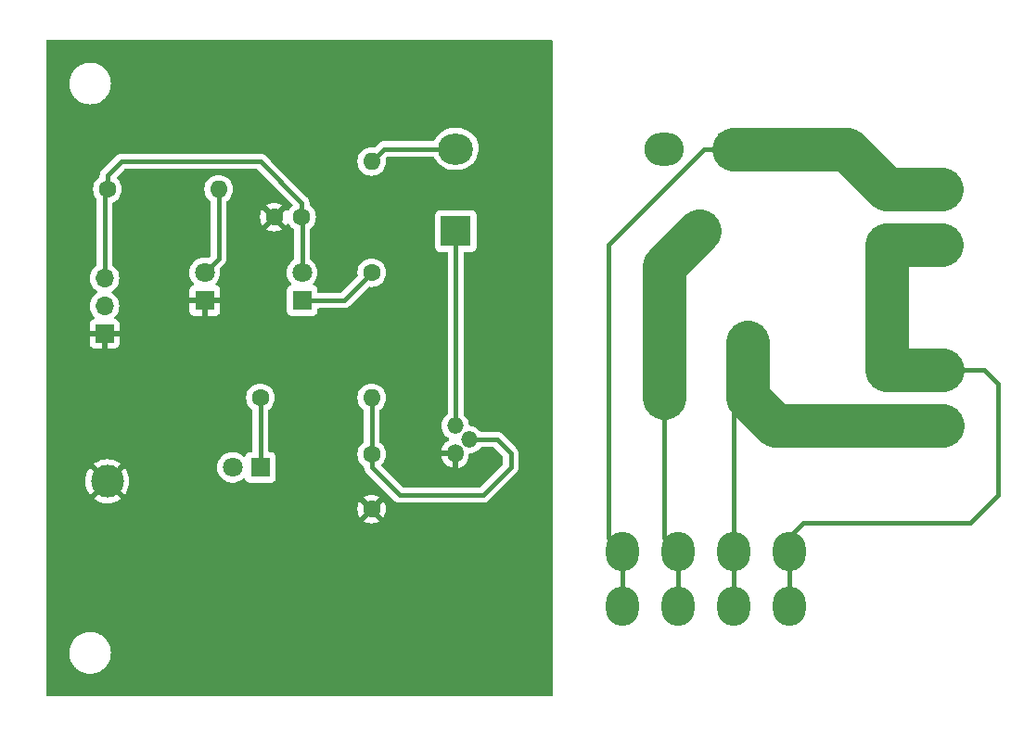
<source format=gbr>
%TF.GenerationSoftware,KiCad,Pcbnew,7.0.5-0*%
%TF.CreationDate,2024-01-28T18:46:13+01:00*%
%TF.ProjectId,controller,636f6e74-726f-46c6-9c65-722e6b696361,1.0.0*%
%TF.SameCoordinates,Original*%
%TF.FileFunction,Copper,L2,Bot*%
%TF.FilePolarity,Positive*%
%FSLAX46Y46*%
G04 Gerber Fmt 4.6, Leading zero omitted, Abs format (unit mm)*
G04 Created by KiCad (PCBNEW 7.0.5-0) date 2024-01-28 18:46:13*
%MOMM*%
%LPD*%
G01*
G04 APERTURE LIST*
%TA.AperFunction,ComponentPad*%
%ADD10R,1.800000X1.800000*%
%TD*%
%TA.AperFunction,ComponentPad*%
%ADD11C,1.800000*%
%TD*%
%TA.AperFunction,ComponentPad*%
%ADD12O,3.200000X2.800000*%
%TD*%
%TA.AperFunction,ComponentPad*%
%ADD13R,2.800000X2.800000*%
%TD*%
%TA.AperFunction,ComponentPad*%
%ADD14O,3.600000X3.000000*%
%TD*%
%TA.AperFunction,ComponentPad*%
%ADD15R,3.000000X3.000000*%
%TD*%
%TA.AperFunction,ComponentPad*%
%ADD16C,1.600000*%
%TD*%
%TA.AperFunction,ComponentPad*%
%ADD17O,1.600000X1.600000*%
%TD*%
%TA.AperFunction,ComponentPad*%
%ADD18C,3.000000*%
%TD*%
%TA.AperFunction,ComponentPad*%
%ADD19O,3.000000X3.600000*%
%TD*%
%TA.AperFunction,ComponentPad*%
%ADD20O,1.500000X1.700000*%
%TD*%
%TA.AperFunction,ComponentPad*%
%ADD21O,1.500000X1.500000*%
%TD*%
%TA.AperFunction,ComponentPad*%
%ADD22R,1.700000X1.700000*%
%TD*%
%TA.AperFunction,ComponentPad*%
%ADD23O,1.700000X1.700000*%
%TD*%
%TA.AperFunction,Conductor*%
%ADD24C,0.400000*%
%TD*%
%TA.AperFunction,Conductor*%
%ADD25C,4.000000*%
%TD*%
G04 APERTURE END LIST*
D10*
%TO.P,D1,1,K*%
%TO.N,Net-(D1-K)*%
X133350000Y-83820000D03*
D11*
%TO.P,D1,2,A*%
%TO.N,+5V*%
X133350000Y-81280000D03*
%TD*%
D10*
%TO.P,D3,1,K*%
%TO.N,GND*%
X124460000Y-83820000D03*
D11*
%TO.P,D3,2,A*%
%TO.N,Net-(D3-A)*%
X124460000Y-81280000D03*
%TD*%
D10*
%TO.P,D2,1,K*%
%TO.N,Net-(D2-K)*%
X129540000Y-99060000D03*
D11*
%TO.P,D2,2,A*%
%TO.N,Net-(D2-A)*%
X127000000Y-99060000D03*
%TD*%
D12*
%TO.P,RY1,1,A1*%
%TO.N,Net-(RY1-A1)*%
X147370000Y-69970000D03*
D13*
%TO.P,RY1,2,A2*%
%TO.N,Net-(Q1-C)*%
X147370000Y-77470000D03*
D14*
%TO.P,RY1,3,11*%
%TO.N,/Fuse*%
X169570000Y-77470000D03*
%TO.P,RY1,4,12*%
%TO.N,unconnected-(RY1-12-Pad4)*%
X166370000Y-69970000D03*
D15*
%TO.P,RY1,5,14*%
%TO.N,/Oven*%
X172770000Y-69970000D03*
%TD*%
D16*
%TO.P,R3,1*%
%TO.N,+5V*%
X115570000Y-73660000D03*
D17*
%TO.P,R3,2*%
%TO.N,Net-(D3-A)*%
X125730000Y-73660000D03*
%TD*%
D14*
%TO.P,J4,1,A*%
%TO.N,AC*%
X191730000Y-78740000D03*
%TO.P,J4,2,B*%
X186730000Y-78740000D03*
%TO.P,J4,3,C*%
%TO.N,/Oven*%
X191730000Y-73660000D03*
%TO.P,J4,4,D*%
X186730000Y-73660000D03*
%TD*%
D16*
%TO.P,R2,1*%
%TO.N,Net-(D1-K)*%
X139700000Y-81280000D03*
D17*
%TO.P,R2,2*%
%TO.N,Net-(RY1-A1)*%
X139700000Y-71120000D03*
%TD*%
D14*
%TO.P,CB1,1,A*%
%TO.N,/Fuse*%
X166370000Y-87630000D03*
%TO.P,CB1,2,B*%
X166370000Y-92710000D03*
%TO.P,CB1,3,C*%
%TO.N,Earth*%
X173990000Y-87630000D03*
%TO.P,CB1,4,D*%
X173990000Y-92710000D03*
%TD*%
D18*
%TO.P,TP1,1,1*%
%TO.N,GND*%
X115570000Y-100330000D03*
%TD*%
D16*
%TO.P,R1,1*%
%TO.N,Net-(D2-K)*%
X129540000Y-92710000D03*
D17*
%TO.P,R1,2*%
%TO.N,Net-(Q1-B)*%
X139700000Y-92710000D03*
%TD*%
D16*
%TO.P,C3,1*%
%TO.N,+5V*%
X133310000Y-76200000D03*
%TO.P,C3,2*%
%TO.N,GND*%
X130810000Y-76200000D03*
%TD*%
D19*
%TO.P,J5,1,A*%
%TO.N,/Oven*%
X162560000Y-111760000D03*
%TO.P,J5,2,B*%
X162560000Y-106760000D03*
%TO.P,J5,3,C*%
%TO.N,/Fuse*%
X167640000Y-111760000D03*
%TO.P,J5,4,D*%
X167640000Y-106760000D03*
%TO.P,J5,5,E*%
%TO.N,Earth*%
X172720000Y-111760000D03*
%TO.P,J5,6,F*%
X172720000Y-106760000D03*
%TO.P,J5,7,G*%
%TO.N,AC*%
X177800000Y-111760000D03*
%TO.P,J5,8,H*%
X177800000Y-106760000D03*
%TD*%
D16*
%TO.P,C1,1*%
%TO.N,Net-(Q1-B)*%
X139700000Y-97870000D03*
%TO.P,C1,2*%
%TO.N,GND*%
X139700000Y-102870000D03*
%TD*%
D20*
%TO.P,Q1,1,E*%
%TO.N,GND*%
X147320000Y-97790000D03*
D21*
%TO.P,Q1,2,B*%
%TO.N,Net-(Q1-B)*%
X148590000Y-96520000D03*
%TO.P,Q1,3,C*%
%TO.N,Net-(Q1-C)*%
X147320000Y-95250000D03*
%TD*%
D14*
%TO.P,J3,1,A*%
%TO.N,Earth*%
X191770000Y-95250000D03*
%TO.P,J3,2,B*%
X186770000Y-95250000D03*
%TO.P,J3,3,C*%
%TO.N,AC*%
X191770000Y-90170000D03*
%TO.P,J3,4,D*%
X186770000Y-90170000D03*
%TD*%
D22*
%TO.P,J2,1,Pin_1*%
%TO.N,GND*%
X115316000Y-86868000D03*
D23*
%TO.P,J2,2,Pin_2*%
%TO.N,Net-(D2-A)*%
X115316000Y-84328000D03*
%TO.P,J2,3,Pin_3*%
%TO.N,+5V*%
X115316000Y-81788000D03*
%TD*%
D24*
%TO.N,Net-(Q1-B)*%
X139700000Y-99060000D02*
X139700000Y-97870000D01*
X139700000Y-92710000D02*
X139700000Y-97870000D01*
X152400000Y-97790000D02*
X152400000Y-99060000D01*
X151130000Y-96520000D02*
X152400000Y-97790000D01*
X142240000Y-101600000D02*
X139700000Y-99060000D01*
X148590000Y-96520000D02*
X151130000Y-96520000D01*
X152400000Y-99060000D02*
X149860000Y-101600000D01*
X149860000Y-101600000D02*
X142240000Y-101600000D01*
%TO.N,+5V*%
X115316000Y-73914000D02*
X115570000Y-73660000D01*
X115570000Y-72390000D02*
X116840000Y-71120000D01*
X116840000Y-71120000D02*
X129540000Y-71120000D01*
X133310000Y-74890000D02*
X129540000Y-71120000D01*
X133350000Y-81280000D02*
X133350000Y-76240000D01*
X133350000Y-76240000D02*
X133310000Y-76200000D01*
X115570000Y-73660000D02*
X115570000Y-72390000D01*
X115316000Y-81788000D02*
X115316000Y-73914000D01*
X133310000Y-76200000D02*
X133310000Y-74890000D01*
%TO.N,/Fuse*%
X166370000Y-105490000D02*
X166370000Y-92710000D01*
X167640000Y-111760000D02*
X167640000Y-106760000D01*
D25*
X166370000Y-80670000D02*
X169570000Y-77470000D01*
X166370000Y-92710000D02*
X166370000Y-87630000D01*
D24*
X167640000Y-106760000D02*
X166370000Y-105490000D01*
D25*
X166370000Y-87630000D02*
X166370000Y-80670000D01*
D24*
%TO.N,Earth*%
X172720000Y-93980000D02*
X173990000Y-92710000D01*
D25*
X186770000Y-95250000D02*
X176530000Y-95250000D01*
X191770000Y-95250000D02*
X186770000Y-95250000D01*
X173990000Y-92710000D02*
X173990000Y-87630000D01*
X176530000Y-95250000D02*
X173990000Y-92710000D01*
D24*
X172720000Y-106760000D02*
X172720000Y-93980000D01*
X172720000Y-111760000D02*
X172720000Y-106760000D01*
%TO.N,Net-(D1-K)*%
X137160000Y-83820000D02*
X139700000Y-81280000D01*
X133350000Y-83820000D02*
X137160000Y-83820000D01*
%TO.N,Net-(D2-K)*%
X129540000Y-99060000D02*
X129540000Y-92710000D01*
%TO.N,Net-(Q1-C)*%
X147370000Y-95200000D02*
X147320000Y-95250000D01*
X147370000Y-77470000D02*
X147370000Y-95200000D01*
%TO.N,Net-(RY1-A1)*%
X139700000Y-71120000D02*
X140850000Y-69970000D01*
X140850000Y-69970000D02*
X147370000Y-69970000D01*
%TO.N,Net-(D3-A)*%
X125730000Y-80010000D02*
X124460000Y-81280000D01*
X125730000Y-73660000D02*
X125730000Y-80010000D01*
%TO.N,AC*%
X196850000Y-91440000D02*
X195580000Y-90170000D01*
X177800000Y-105410000D02*
X179070000Y-104140000D01*
X179070000Y-104140000D02*
X194310000Y-104140000D01*
X177800000Y-111760000D02*
X177800000Y-106760000D01*
D25*
X186770000Y-90170000D02*
X191770000Y-90170000D01*
X186730000Y-90130000D02*
X186770000Y-90170000D01*
D24*
X177800000Y-106760000D02*
X177800000Y-105410000D01*
D25*
X186730000Y-78740000D02*
X186730000Y-90130000D01*
D24*
X195580000Y-90170000D02*
X191770000Y-90170000D01*
D25*
X191730000Y-78740000D02*
X186730000Y-78740000D01*
D24*
X194310000Y-104140000D02*
X196850000Y-101600000D01*
X196850000Y-101600000D02*
X196850000Y-91440000D01*
%TO.N,/Oven*%
X162640000Y-106760000D02*
X161290000Y-105410000D01*
D25*
X183040000Y-69970000D02*
X172770000Y-69970000D01*
D24*
X170060000Y-69970000D02*
X172770000Y-69970000D01*
X162560000Y-106760000D02*
X161290000Y-105490000D01*
D25*
X191730000Y-73660000D02*
X186730000Y-73660000D01*
D24*
X161290000Y-105490000D02*
X161290000Y-78740000D01*
X161290000Y-78740000D02*
X170060000Y-69970000D01*
X162560000Y-111760000D02*
X162560000Y-106760000D01*
D25*
X186730000Y-73660000D02*
X183040000Y-69970000D01*
%TD*%
%TA.AperFunction,Conductor*%
%TO.N,GND*%
G36*
X156153039Y-60020185D02*
G01*
X156198794Y-60072989D01*
X156210000Y-60124500D01*
X156210000Y-119875500D01*
X156190315Y-119942539D01*
X156137511Y-119988294D01*
X156086000Y-119999500D01*
X110124500Y-119999500D01*
X110057461Y-119979815D01*
X110011706Y-119927011D01*
X110000500Y-119875500D01*
X110000500Y-116000001D01*
X112094645Y-116000001D01*
X112101146Y-116090903D01*
X112099290Y-116099431D01*
X112103751Y-116129740D01*
X112104254Y-116134345D01*
X112104911Y-116143531D01*
X112105069Y-116147957D01*
X112105069Y-116173615D01*
X112107764Y-116183436D01*
X112114039Y-116271160D01*
X112114040Y-116271170D01*
X112134092Y-116363348D01*
X112133398Y-116373039D01*
X112142820Y-116404356D01*
X112144033Y-116409043D01*
X112146128Y-116418675D01*
X112146883Y-116422823D01*
X112150276Y-116445882D01*
X112153804Y-116453963D01*
X112171824Y-116536797D01*
X112205921Y-116628216D01*
X112206683Y-116638880D01*
X112221345Y-116670157D01*
X112223297Y-116674804D01*
X112225297Y-116680166D01*
X112227183Y-116685222D01*
X112228461Y-116689017D01*
X112234388Y-116708720D01*
X112238302Y-116715031D01*
X112266830Y-116791519D01*
X112266833Y-116791525D01*
X112315132Y-116879978D01*
X112317605Y-116891349D01*
X112337548Y-116921493D01*
X112340256Y-116925988D01*
X112346543Y-116937501D01*
X112348266Y-116940901D01*
X112355642Y-116956636D01*
X112359493Y-116961218D01*
X112397109Y-117030107D01*
X112397110Y-117030108D01*
X112397113Y-117030113D01*
X112459456Y-117113393D01*
X112463850Y-117125173D01*
X112488925Y-117153159D01*
X112492384Y-117157379D01*
X112501846Y-117170019D01*
X112503920Y-117172965D01*
X112511469Y-117184375D01*
X112514849Y-117187389D01*
X112560029Y-117247742D01*
X112560033Y-117247746D01*
X112560038Y-117247752D01*
X112635888Y-117323602D01*
X112642349Y-117335434D01*
X112672188Y-117360267D01*
X112676371Y-117364085D01*
X112690008Y-117377722D01*
X112692344Y-117380189D01*
X112698595Y-117387165D01*
X112701122Y-117388836D01*
X112752247Y-117439961D01*
X112752265Y-117439977D01*
X112799011Y-117474970D01*
X112840747Y-117506213D01*
X112849363Y-117517722D01*
X112883438Y-117538518D01*
X112888298Y-117541810D01*
X112907274Y-117556015D01*
X112909778Y-117557992D01*
X112913062Y-117560725D01*
X112914421Y-117561365D01*
X112969887Y-117602887D01*
X113069761Y-117657422D01*
X113080546Y-117668207D01*
X113118180Y-117684199D01*
X113123639Y-117686841D01*
X113143996Y-117697957D01*
X113149284Y-117700845D01*
X113150196Y-117701372D01*
X113150317Y-117701409D01*
X113208481Y-117733169D01*
X113208485Y-117733171D01*
X113208487Y-117733172D01*
X113318173Y-117774083D01*
X113331071Y-117783738D01*
X113371459Y-117794296D01*
X113377435Y-117796186D01*
X113463199Y-117828175D01*
X113506587Y-117837613D01*
X113580788Y-117853755D01*
X113595663Y-117861877D01*
X113637893Y-117866523D01*
X113644278Y-117867565D01*
X113728840Y-117885961D01*
X113852141Y-117894779D01*
X113868791Y-117900990D01*
X113911894Y-117899414D01*
X113918565Y-117899530D01*
X114000000Y-117905355D01*
X114126580Y-117896301D01*
X114144735Y-117900250D01*
X114187702Y-117892314D01*
X114194535Y-117891441D01*
X114271160Y-117885961D01*
X114398380Y-117858286D01*
X114417700Y-117859667D01*
X114459507Y-117845405D01*
X114466353Y-117843500D01*
X114536797Y-117828176D01*
X114536797Y-117828175D01*
X114536801Y-117828175D01*
X114661877Y-117781523D01*
X114681971Y-117780086D01*
X114721625Y-117759698D01*
X114728290Y-117756753D01*
X114791513Y-117733172D01*
X114911570Y-117667615D01*
X114931991Y-117663173D01*
X114968531Y-117637031D01*
X114974894Y-117633038D01*
X115030113Y-117602887D01*
X115142264Y-117518931D01*
X115162544Y-117511366D01*
X115195105Y-117479975D01*
X115200980Y-117474976D01*
X115247742Y-117439971D01*
X115349139Y-117338573D01*
X115368779Y-117327849D01*
X115396569Y-117291860D01*
X115401807Y-117285906D01*
X115439962Y-117247751D01*
X115439971Y-117247742D01*
X115527889Y-117130297D01*
X115546375Y-117116458D01*
X115568724Y-117076637D01*
X115573158Y-117069825D01*
X115602887Y-117030113D01*
X115674782Y-116898445D01*
X115691608Y-116881619D01*
X115707973Y-116838831D01*
X115711465Y-116831264D01*
X115733172Y-116791513D01*
X115786750Y-116647862D01*
X115801425Y-116628259D01*
X115811413Y-116583424D01*
X115813838Y-116575237D01*
X115828175Y-116536801D01*
X115885961Y-116271160D01*
X115905355Y-116000000D01*
X115885961Y-115728840D01*
X115828175Y-115463199D01*
X115813840Y-115424766D01*
X115811414Y-115416577D01*
X115803229Y-115379835D01*
X115786753Y-115352145D01*
X115733172Y-115208487D01*
X115733170Y-115208484D01*
X115733169Y-115208480D01*
X115733166Y-115208475D01*
X115711472Y-115168745D01*
X115707975Y-115161171D01*
X115694485Y-115125902D01*
X115674784Y-115101556D01*
X115602890Y-114969892D01*
X115602885Y-114969884D01*
X115573164Y-114930182D01*
X115568726Y-114923363D01*
X115550202Y-114890358D01*
X115527891Y-114869705D01*
X115507608Y-114842610D01*
X115439971Y-114752258D01*
X115439966Y-114752253D01*
X115439962Y-114752248D01*
X115401808Y-114714095D01*
X115396571Y-114708141D01*
X115373406Y-114678141D01*
X115349140Y-114661426D01*
X115247752Y-114560038D01*
X115247732Y-114560020D01*
X115200994Y-114525033D01*
X115195112Y-114520029D01*
X115167822Y-114493718D01*
X115142264Y-114481069D01*
X115140493Y-114479743D01*
X115030113Y-114397113D01*
X115030108Y-114397110D01*
X115030108Y-114397109D01*
X114974903Y-114366966D01*
X114968536Y-114362970D01*
X114937739Y-114340937D01*
X114911573Y-114332384D01*
X114791525Y-114266833D01*
X114791507Y-114266825D01*
X114728321Y-114243258D01*
X114721633Y-114240304D01*
X114688032Y-114223028D01*
X114661877Y-114218476D01*
X114536796Y-114171823D01*
X114466357Y-114156501D01*
X114459512Y-114154596D01*
X114423896Y-114142445D01*
X114398380Y-114141713D01*
X114271167Y-114114040D01*
X114271161Y-114114039D01*
X114194551Y-114108559D01*
X114187709Y-114107685D01*
X114150912Y-114100888D01*
X114126582Y-114103698D01*
X114000001Y-114094645D01*
X113999999Y-114094645D01*
X113918597Y-114100467D01*
X113911905Y-114100583D01*
X113874797Y-114099227D01*
X113852141Y-114105220D01*
X113728839Y-114114039D01*
X113728832Y-114114040D01*
X113644305Y-114132428D01*
X113637903Y-114133473D01*
X113601356Y-114137494D01*
X113580790Y-114146244D01*
X113463202Y-114171824D01*
X113377454Y-114203806D01*
X113371465Y-114205701D01*
X113336334Y-114214885D01*
X113318175Y-114225915D01*
X113208493Y-114266825D01*
X113208485Y-114266828D01*
X113150316Y-114298591D01*
X113150221Y-114298611D01*
X113149249Y-114299173D01*
X113123658Y-114313146D01*
X113118191Y-114315792D01*
X113085288Y-114329774D01*
X113069762Y-114342576D01*
X112969892Y-114397109D01*
X112914423Y-114438633D01*
X112913348Y-114439033D01*
X112909748Y-114442029D01*
X112907249Y-114444002D01*
X112888308Y-114458181D01*
X112883449Y-114461472D01*
X112853510Y-114479743D01*
X112840749Y-114493785D01*
X112752259Y-114560028D01*
X112752247Y-114560038D01*
X112701121Y-114611164D01*
X112699104Y-114612265D01*
X112692342Y-114619812D01*
X112690008Y-114622278D01*
X112676383Y-114635902D01*
X112672201Y-114639719D01*
X112645849Y-114661649D01*
X112635890Y-114676396D01*
X112560032Y-114752254D01*
X112560020Y-114752268D01*
X112514849Y-114812609D01*
X112512102Y-114814664D01*
X112503905Y-114827054D01*
X112501834Y-114829995D01*
X112492391Y-114842610D01*
X112488930Y-114846834D01*
X112466679Y-114871666D01*
X112459457Y-114886604D01*
X112397114Y-114969884D01*
X112397106Y-114969897D01*
X112359492Y-115038781D01*
X112356286Y-115041986D01*
X112348256Y-115059116D01*
X112346534Y-115062514D01*
X112340261Y-115074001D01*
X112337553Y-115078498D01*
X112319773Y-115105372D01*
X112315133Y-115120021D01*
X112266828Y-115208485D01*
X112266825Y-115208493D01*
X112238301Y-115284968D01*
X112234933Y-115289466D01*
X112228459Y-115310984D01*
X112227178Y-115314789D01*
X112223302Y-115325183D01*
X112221349Y-115329831D01*
X112208214Y-115357850D01*
X112205922Y-115371782D01*
X112171824Y-115463202D01*
X112153804Y-115546036D01*
X112150604Y-115551896D01*
X112146883Y-115577179D01*
X112146126Y-115581333D01*
X112144032Y-115590957D01*
X112142821Y-115595637D01*
X112134343Y-115623817D01*
X112134093Y-115636649D01*
X112114039Y-115728840D01*
X112107764Y-115816563D01*
X112105069Y-115823788D01*
X112105069Y-115852043D01*
X112104911Y-115856455D01*
X112104578Y-115861115D01*
X112104253Y-115865656D01*
X112103751Y-115870256D01*
X112099718Y-115897654D01*
X112101146Y-115909094D01*
X112094645Y-115999997D01*
X112094645Y-116000001D01*
X110000500Y-116000001D01*
X110000500Y-102870002D01*
X138395034Y-102870002D01*
X138414858Y-103096599D01*
X138414860Y-103096610D01*
X138473730Y-103316317D01*
X138473734Y-103316326D01*
X138569865Y-103522481D01*
X138569866Y-103522483D01*
X138620973Y-103595471D01*
X138620974Y-103595472D01*
X139302046Y-102914399D01*
X139314835Y-102995148D01*
X139372359Y-103108045D01*
X139461955Y-103197641D01*
X139574852Y-103255165D01*
X139655599Y-103267953D01*
X138974526Y-103949025D01*
X138974526Y-103949026D01*
X139047512Y-104000131D01*
X139047516Y-104000133D01*
X139253673Y-104096265D01*
X139253682Y-104096269D01*
X139473389Y-104155139D01*
X139473400Y-104155141D01*
X139699998Y-104174966D01*
X139700002Y-104174966D01*
X139926599Y-104155141D01*
X139926610Y-104155139D01*
X140146317Y-104096269D01*
X140146331Y-104096264D01*
X140352478Y-104000136D01*
X140425472Y-103949025D01*
X139744401Y-103267953D01*
X139825148Y-103255165D01*
X139938045Y-103197641D01*
X140027641Y-103108045D01*
X140085165Y-102995148D01*
X140097953Y-102914400D01*
X140779025Y-103595472D01*
X140830136Y-103522478D01*
X140926264Y-103316331D01*
X140926269Y-103316317D01*
X140985139Y-103096610D01*
X140985141Y-103096599D01*
X141004966Y-102870002D01*
X141004966Y-102869997D01*
X140985141Y-102643400D01*
X140985139Y-102643389D01*
X140926269Y-102423682D01*
X140926265Y-102423673D01*
X140830133Y-102217516D01*
X140830131Y-102217512D01*
X140779026Y-102144526D01*
X140779025Y-102144526D01*
X140097953Y-102825597D01*
X140085165Y-102744852D01*
X140027641Y-102631955D01*
X139938045Y-102542359D01*
X139825148Y-102484835D01*
X139744400Y-102472046D01*
X140425472Y-101790974D01*
X140425471Y-101790973D01*
X140352483Y-101739866D01*
X140352481Y-101739865D01*
X140146326Y-101643734D01*
X140146317Y-101643730D01*
X139926610Y-101584860D01*
X139926599Y-101584858D01*
X139700002Y-101565034D01*
X139699998Y-101565034D01*
X139473400Y-101584858D01*
X139473389Y-101584860D01*
X139253682Y-101643730D01*
X139253673Y-101643734D01*
X139047513Y-101739868D01*
X138974527Y-101790972D01*
X138974526Y-101790973D01*
X139655600Y-102472046D01*
X139574852Y-102484835D01*
X139461955Y-102542359D01*
X139372359Y-102631955D01*
X139314835Y-102744852D01*
X139302046Y-102825598D01*
X138620973Y-102144526D01*
X138620972Y-102144527D01*
X138569868Y-102217513D01*
X138473734Y-102423673D01*
X138473730Y-102423682D01*
X138414860Y-102643389D01*
X138414858Y-102643400D01*
X138395034Y-102869997D01*
X138395034Y-102870002D01*
X110000500Y-102870002D01*
X110000500Y-100330001D01*
X113564891Y-100330001D01*
X113585300Y-100615362D01*
X113646109Y-100894895D01*
X113746091Y-101162958D01*
X113883191Y-101414038D01*
X113883196Y-101414046D01*
X113989882Y-101556561D01*
X113989883Y-101556562D01*
X114708348Y-100838096D01*
X114775146Y-100945263D01*
X114915268Y-101092671D01*
X115060085Y-101193467D01*
X114343436Y-101910115D01*
X114485960Y-102016807D01*
X114485961Y-102016808D01*
X114737042Y-102153908D01*
X114737041Y-102153908D01*
X115005104Y-102253890D01*
X115284637Y-102314699D01*
X115569999Y-102335109D01*
X115570001Y-102335109D01*
X115855362Y-102314699D01*
X116134895Y-102253890D01*
X116402958Y-102153908D01*
X116654047Y-102016803D01*
X116796561Y-101910116D01*
X116796562Y-101910115D01*
X116078125Y-101191678D01*
X116144214Y-101154996D01*
X116298531Y-101022520D01*
X116423021Y-100861692D01*
X116433625Y-100840072D01*
X117150115Y-101556562D01*
X117150116Y-101556561D01*
X117256803Y-101414047D01*
X117393908Y-101162958D01*
X117493890Y-100894895D01*
X117554699Y-100615362D01*
X117575108Y-100330001D01*
X117575108Y-100329998D01*
X117554699Y-100044637D01*
X117493890Y-99765104D01*
X117393908Y-99497041D01*
X117256808Y-99245961D01*
X117256807Y-99245960D01*
X117150115Y-99103436D01*
X116431650Y-99821901D01*
X116364854Y-99714737D01*
X116224732Y-99567329D01*
X116079913Y-99466532D01*
X116486439Y-99060006D01*
X125594700Y-99060006D01*
X125613864Y-99291297D01*
X125613866Y-99291308D01*
X125670842Y-99516300D01*
X125764075Y-99728848D01*
X125891016Y-99923147D01*
X125891019Y-99923151D01*
X125891021Y-99923153D01*
X126048216Y-100093913D01*
X126048219Y-100093915D01*
X126048222Y-100093918D01*
X126231365Y-100236464D01*
X126231371Y-100236468D01*
X126231374Y-100236470D01*
X126435497Y-100346936D01*
X126534460Y-100380910D01*
X126655015Y-100422297D01*
X126655017Y-100422297D01*
X126655019Y-100422298D01*
X126883951Y-100460500D01*
X126883952Y-100460500D01*
X127116048Y-100460500D01*
X127116049Y-100460500D01*
X127344981Y-100422298D01*
X127564503Y-100346936D01*
X127768626Y-100236470D01*
X127951784Y-100093913D01*
X127960130Y-100084846D01*
X128020010Y-100048854D01*
X128089849Y-100050949D01*
X128147468Y-100090469D01*
X128167544Y-100125491D01*
X128196203Y-100202330D01*
X128196206Y-100202335D01*
X128282452Y-100317544D01*
X128282455Y-100317547D01*
X128397664Y-100403793D01*
X128397671Y-100403797D01*
X128532517Y-100454091D01*
X128532516Y-100454091D01*
X128539444Y-100454835D01*
X128592127Y-100460500D01*
X130487872Y-100460499D01*
X130547483Y-100454091D01*
X130682331Y-100403796D01*
X130797546Y-100317546D01*
X130883796Y-100202331D01*
X130934091Y-100067483D01*
X130940500Y-100007873D01*
X130940499Y-98112128D01*
X130934091Y-98052517D01*
X130929422Y-98040000D01*
X130883797Y-97917671D01*
X130883793Y-97917664D01*
X130848112Y-97870001D01*
X138394532Y-97870001D01*
X138414364Y-98096686D01*
X138414366Y-98096697D01*
X138473258Y-98316488D01*
X138473261Y-98316497D01*
X138569431Y-98522732D01*
X138569432Y-98522734D01*
X138699954Y-98709141D01*
X138860857Y-98870044D01*
X138860860Y-98870046D01*
X138860861Y-98870047D01*
X138946623Y-98930097D01*
X138990248Y-98984673D01*
X138999500Y-99031672D01*
X138999500Y-99036951D01*
X138999387Y-99040696D01*
X138995642Y-99102603D01*
X138995642Y-99102605D01*
X139006821Y-99163612D01*
X139007384Y-99167313D01*
X139014859Y-99228870D01*
X139014860Y-99228874D01*
X139018451Y-99238343D01*
X139024474Y-99259946D01*
X139026304Y-99269930D01*
X139051759Y-99326490D01*
X139053189Y-99329941D01*
X139075182Y-99387930D01*
X139079826Y-99394657D01*
X139080936Y-99396266D01*
X139091961Y-99415813D01*
X139096120Y-99425055D01*
X139096124Y-99425060D01*
X139134371Y-99473878D01*
X139136591Y-99476896D01*
X139171812Y-99527924D01*
X139171816Y-99527928D01*
X139171817Y-99527929D01*
X139218250Y-99569064D01*
X139220941Y-99571598D01*
X141728399Y-102079056D01*
X141730935Y-102081750D01*
X141772071Y-102128183D01*
X141803431Y-102149829D01*
X141823110Y-102163413D01*
X141826127Y-102165633D01*
X141874938Y-102203874D01*
X141874943Y-102203877D01*
X141884174Y-102208031D01*
X141903727Y-102219059D01*
X141912070Y-102224818D01*
X141970044Y-102246804D01*
X141970057Y-102246809D01*
X141973508Y-102248238D01*
X142003093Y-102261553D01*
X142030063Y-102273692D01*
X142030064Y-102273692D01*
X142030068Y-102273694D01*
X142040030Y-102275519D01*
X142061651Y-102281546D01*
X142061667Y-102281552D01*
X142071128Y-102285140D01*
X142087871Y-102287173D01*
X142132689Y-102292615D01*
X142136386Y-102293177D01*
X142197394Y-102304357D01*
X142197395Y-102304356D01*
X142197396Y-102304357D01*
X142259292Y-102300613D01*
X142263036Y-102300500D01*
X149836952Y-102300500D01*
X149840697Y-102300613D01*
X149848042Y-102301057D01*
X149902606Y-102304358D01*
X149940314Y-102297447D01*
X149963621Y-102293177D01*
X149967325Y-102292613D01*
X149985170Y-102290446D01*
X150028872Y-102285140D01*
X150038335Y-102281550D01*
X150059961Y-102275522D01*
X150060893Y-102275351D01*
X150069932Y-102273695D01*
X150126512Y-102248229D01*
X150129942Y-102246809D01*
X150187930Y-102224818D01*
X150196266Y-102219062D01*
X150215821Y-102208034D01*
X150225057Y-102203878D01*
X150273896Y-102165613D01*
X150276876Y-102163421D01*
X150327929Y-102128183D01*
X150369065Y-102081748D01*
X150371599Y-102079056D01*
X152879056Y-99571599D01*
X152881748Y-99569065D01*
X152928183Y-99527929D01*
X152928187Y-99527924D01*
X152936889Y-99515314D01*
X152963427Y-99476866D01*
X152965617Y-99473890D01*
X153003877Y-99425057D01*
X153008029Y-99415828D01*
X153019062Y-99396268D01*
X153019419Y-99395750D01*
X153024818Y-99387930D01*
X153046812Y-99329933D01*
X153048238Y-99326490D01*
X153073694Y-99269932D01*
X153075520Y-99259965D01*
X153081548Y-99238340D01*
X153085140Y-99228872D01*
X153090434Y-99185266D01*
X153092615Y-99167309D01*
X153093179Y-99163605D01*
X153104357Y-99102605D01*
X153104357Y-99102603D01*
X153100613Y-99040707D01*
X153100500Y-99036963D01*
X153100500Y-97813035D01*
X153100613Y-97809290D01*
X153104357Y-97747394D01*
X153093177Y-97686386D01*
X153092615Y-97682689D01*
X153085140Y-97621129D01*
X153085139Y-97621125D01*
X153081546Y-97611651D01*
X153075519Y-97590029D01*
X153073694Y-97580070D01*
X153073694Y-97580068D01*
X153048241Y-97523514D01*
X153046807Y-97520052D01*
X153024818Y-97462071D01*
X153024818Y-97462070D01*
X153019058Y-97453726D01*
X153008035Y-97434180D01*
X153003878Y-97424943D01*
X152965617Y-97376107D01*
X152963417Y-97373117D01*
X152946786Y-97349021D01*
X152928185Y-97322073D01*
X152928183Y-97322071D01*
X152881750Y-97280935D01*
X152879056Y-97278399D01*
X151641598Y-96040941D01*
X151639064Y-96038250D01*
X151597929Y-95991817D01*
X151597928Y-95991816D01*
X151597924Y-95991812D01*
X151546896Y-95956591D01*
X151543887Y-95954377D01*
X151495060Y-95916124D01*
X151495055Y-95916120D01*
X151485813Y-95911961D01*
X151466266Y-95900936D01*
X151457931Y-95895183D01*
X151457932Y-95895183D01*
X151457930Y-95895182D01*
X151399941Y-95873189D01*
X151396490Y-95871759D01*
X151339930Y-95846304D01*
X151329946Y-95844474D01*
X151308343Y-95838451D01*
X151298874Y-95834860D01*
X151298870Y-95834859D01*
X151237313Y-95827384D01*
X151233612Y-95826821D01*
X151172608Y-95815642D01*
X151172603Y-95815642D01*
X151110697Y-95819387D01*
X151106952Y-95819500D01*
X149690634Y-95819500D01*
X149623595Y-95799815D01*
X149589059Y-95766623D01*
X149551601Y-95713127D01*
X149551596Y-95713121D01*
X149396881Y-95558406D01*
X149396877Y-95558402D01*
X149217639Y-95432898D01*
X149217640Y-95432898D01*
X149217638Y-95432897D01*
X149118484Y-95386661D01*
X149019330Y-95340425D01*
X149019326Y-95340424D01*
X149019322Y-95340422D01*
X148807977Y-95283793D01*
X148680113Y-95272606D01*
X148615045Y-95247153D01*
X148574066Y-95190562D01*
X148567393Y-95159885D01*
X148556207Y-95032023D01*
X148499575Y-94820670D01*
X148407102Y-94622362D01*
X148407100Y-94622359D01*
X148407099Y-94622357D01*
X148281599Y-94443124D01*
X148281596Y-94443121D01*
X148126877Y-94288402D01*
X148123374Y-94285949D01*
X148079751Y-94231372D01*
X148070500Y-94184376D01*
X148070500Y-79494499D01*
X148090185Y-79427460D01*
X148142989Y-79381705D01*
X148194500Y-79370499D01*
X148817871Y-79370499D01*
X148817872Y-79370499D01*
X148877483Y-79364091D01*
X149012331Y-79313796D01*
X149127546Y-79227546D01*
X149213796Y-79112331D01*
X149264091Y-78977483D01*
X149270500Y-78917873D01*
X149270499Y-76022128D01*
X149264091Y-75962517D01*
X149263881Y-75961955D01*
X149213797Y-75827671D01*
X149213793Y-75827664D01*
X149127547Y-75712455D01*
X149127544Y-75712452D01*
X149012335Y-75626206D01*
X149012328Y-75626202D01*
X148877482Y-75575908D01*
X148877483Y-75575908D01*
X148817883Y-75569501D01*
X148817881Y-75569500D01*
X148817873Y-75569500D01*
X148817864Y-75569500D01*
X145922129Y-75569500D01*
X145922123Y-75569501D01*
X145862516Y-75575908D01*
X145727671Y-75626202D01*
X145727664Y-75626206D01*
X145612455Y-75712452D01*
X145612452Y-75712455D01*
X145526206Y-75827664D01*
X145526202Y-75827671D01*
X145475908Y-75962517D01*
X145469501Y-76022116D01*
X145469501Y-76022123D01*
X145469500Y-76022135D01*
X145469500Y-78917870D01*
X145469501Y-78917876D01*
X145475908Y-78977483D01*
X145526202Y-79112328D01*
X145526206Y-79112335D01*
X145612452Y-79227544D01*
X145612455Y-79227547D01*
X145727664Y-79313793D01*
X145727671Y-79313797D01*
X145772618Y-79330561D01*
X145862517Y-79364091D01*
X145922127Y-79370500D01*
X146545500Y-79370499D01*
X146612539Y-79390183D01*
X146658294Y-79442987D01*
X146669500Y-79494499D01*
X146669500Y-94114355D01*
X146649815Y-94181394D01*
X146616624Y-94215930D01*
X146513118Y-94288405D01*
X146358402Y-94443121D01*
X146232900Y-94622357D01*
X146232898Y-94622361D01*
X146140426Y-94820668D01*
X146140422Y-94820677D01*
X146083793Y-95032020D01*
X146083793Y-95032024D01*
X146064723Y-95249997D01*
X146064723Y-95250002D01*
X146083793Y-95467975D01*
X146083793Y-95467979D01*
X146140422Y-95679322D01*
X146140424Y-95679326D01*
X146140425Y-95679330D01*
X146156182Y-95713121D01*
X146232897Y-95877638D01*
X146232898Y-95877639D01*
X146358402Y-96056877D01*
X146513123Y-96211598D01*
X146692361Y-96337102D01*
X146738315Y-96358530D01*
X146790751Y-96404700D01*
X146809904Y-96471894D01*
X146789689Y-96538775D01*
X146744668Y-96580104D01*
X146628606Y-96642560D01*
X146628595Y-96642567D01*
X146452679Y-96782854D01*
X146304647Y-96952292D01*
X146304640Y-96952300D01*
X146189240Y-97145446D01*
X146189238Y-97145451D01*
X146110175Y-97356110D01*
X146076805Y-97539999D01*
X146076806Y-97540000D01*
X147074419Y-97540000D01*
X147022940Y-97595921D01*
X146976018Y-97702892D01*
X146966372Y-97819302D01*
X146995047Y-97932538D01*
X147058936Y-98030327D01*
X147151115Y-98102072D01*
X147261595Y-98140000D01*
X147349005Y-98140000D01*
X147435216Y-98125614D01*
X147537947Y-98070019D01*
X147570000Y-98035200D01*
X147570000Y-99117549D01*
X147599267Y-99113586D01*
X147599273Y-99113585D01*
X147813268Y-99044054D01*
X148011401Y-98937434D01*
X148011404Y-98937432D01*
X148187320Y-98797145D01*
X148335352Y-98627707D01*
X148335359Y-98627699D01*
X148450759Y-98434553D01*
X148450761Y-98434548D01*
X148529824Y-98223889D01*
X148529824Y-98223888D01*
X148570000Y-98002505D01*
X148570000Y-97890651D01*
X148589685Y-97823612D01*
X148642489Y-97777857D01*
X148683189Y-97767124D01*
X148807977Y-97756207D01*
X149019330Y-97699575D01*
X149217639Y-97607102D01*
X149396877Y-97481598D01*
X149551598Y-97326877D01*
X149589059Y-97273376D01*
X149643635Y-97229752D01*
X149690634Y-97220500D01*
X150788481Y-97220500D01*
X150855520Y-97240185D01*
X150876162Y-97256819D01*
X151663182Y-98043839D01*
X151696666Y-98105160D01*
X151699500Y-98131518D01*
X151699500Y-98718480D01*
X151679815Y-98785519D01*
X151663181Y-98806161D01*
X149606162Y-100863181D01*
X149544839Y-100896666D01*
X149518481Y-100899500D01*
X142581519Y-100899500D01*
X142514480Y-100879815D01*
X142493838Y-100863181D01*
X140607603Y-98976945D01*
X140574118Y-98915622D01*
X140579102Y-98845930D01*
X140607601Y-98801584D01*
X140700047Y-98709139D01*
X140830568Y-98522734D01*
X140926739Y-98316496D01*
X140985635Y-98096692D01*
X140990595Y-98040000D01*
X146078448Y-98040000D01*
X146085116Y-98114096D01*
X146085117Y-98114102D01*
X146144973Y-98330984D01*
X146144978Y-98330997D01*
X146242598Y-98533708D01*
X146242602Y-98533716D01*
X146374851Y-98715741D01*
X146374857Y-98715749D01*
X146537486Y-98871237D01*
X146725266Y-98995191D01*
X146932169Y-99083624D01*
X146932178Y-99083627D01*
X147069999Y-99115084D01*
X147070000Y-99115083D01*
X147070000Y-98040000D01*
X146078448Y-98040000D01*
X140990595Y-98040000D01*
X141005468Y-97870000D01*
X141001032Y-97819302D01*
X140999558Y-97802452D01*
X140985635Y-97643308D01*
X140926739Y-97423504D01*
X140830568Y-97217266D01*
X140700047Y-97030861D01*
X140539139Y-96869953D01*
X140453376Y-96809901D01*
X140409751Y-96755324D01*
X140400500Y-96708326D01*
X140400500Y-93871672D01*
X140420185Y-93804633D01*
X140453375Y-93770098D01*
X140539139Y-93710047D01*
X140700047Y-93549139D01*
X140830568Y-93362734D01*
X140926739Y-93156496D01*
X140985635Y-92936692D01*
X141005468Y-92710000D01*
X140985635Y-92483308D01*
X140926739Y-92263504D01*
X140830568Y-92057266D01*
X140700047Y-91870861D01*
X140700045Y-91870858D01*
X140539141Y-91709954D01*
X140352734Y-91579432D01*
X140352732Y-91579431D01*
X140146497Y-91483261D01*
X140146488Y-91483258D01*
X139926697Y-91424366D01*
X139926693Y-91424365D01*
X139926692Y-91424365D01*
X139926691Y-91424364D01*
X139926686Y-91424364D01*
X139700002Y-91404532D01*
X139699998Y-91404532D01*
X139473313Y-91424364D01*
X139473302Y-91424366D01*
X139253511Y-91483258D01*
X139253502Y-91483261D01*
X139047267Y-91579431D01*
X139047265Y-91579432D01*
X138860858Y-91709954D01*
X138699954Y-91870858D01*
X138569432Y-92057265D01*
X138569431Y-92057267D01*
X138473261Y-92263502D01*
X138473258Y-92263511D01*
X138414366Y-92483302D01*
X138414364Y-92483313D01*
X138394532Y-92709998D01*
X138394532Y-92710001D01*
X138414364Y-92936686D01*
X138414366Y-92936697D01*
X138473258Y-93156488D01*
X138473261Y-93156497D01*
X138569431Y-93362732D01*
X138569432Y-93362734D01*
X138699954Y-93549141D01*
X138860857Y-93710044D01*
X138860860Y-93710046D01*
X138860861Y-93710047D01*
X138946623Y-93770097D01*
X138990248Y-93824673D01*
X138999500Y-93871672D01*
X138999500Y-96708326D01*
X138979815Y-96775365D01*
X138946624Y-96809901D01*
X138860863Y-96869951D01*
X138699951Y-97030862D01*
X138569432Y-97217265D01*
X138569431Y-97217267D01*
X138473261Y-97423502D01*
X138473258Y-97423511D01*
X138414366Y-97643302D01*
X138414364Y-97643313D01*
X138394532Y-97869998D01*
X138394532Y-97870001D01*
X130848112Y-97870001D01*
X130797547Y-97802455D01*
X130797544Y-97802452D01*
X130682335Y-97716206D01*
X130682328Y-97716202D01*
X130547482Y-97665908D01*
X130547483Y-97665908D01*
X130487883Y-97659501D01*
X130487881Y-97659500D01*
X130487873Y-97659500D01*
X130487865Y-97659500D01*
X130364500Y-97659500D01*
X130297461Y-97639815D01*
X130251706Y-97587011D01*
X130240500Y-97535500D01*
X130240499Y-93871672D01*
X130260184Y-93804633D01*
X130293373Y-93770099D01*
X130379139Y-93710047D01*
X130540047Y-93549139D01*
X130670568Y-93362734D01*
X130766739Y-93156496D01*
X130825635Y-92936692D01*
X130845468Y-92710000D01*
X130825635Y-92483308D01*
X130766739Y-92263504D01*
X130670568Y-92057266D01*
X130540047Y-91870861D01*
X130540045Y-91870858D01*
X130379141Y-91709954D01*
X130192734Y-91579432D01*
X130192732Y-91579431D01*
X129986497Y-91483261D01*
X129986488Y-91483258D01*
X129766697Y-91424366D01*
X129766693Y-91424365D01*
X129766692Y-91424365D01*
X129766691Y-91424364D01*
X129766686Y-91424364D01*
X129540002Y-91404532D01*
X129539998Y-91404532D01*
X129313313Y-91424364D01*
X129313302Y-91424366D01*
X129093511Y-91483258D01*
X129093502Y-91483261D01*
X128887267Y-91579431D01*
X128887265Y-91579432D01*
X128700858Y-91709954D01*
X128539954Y-91870858D01*
X128409432Y-92057265D01*
X128409431Y-92057267D01*
X128313261Y-92263502D01*
X128313258Y-92263511D01*
X128254366Y-92483302D01*
X128254364Y-92483313D01*
X128234532Y-92709998D01*
X128234532Y-92710001D01*
X128254364Y-92936686D01*
X128254366Y-92936697D01*
X128313258Y-93156488D01*
X128313261Y-93156497D01*
X128409431Y-93362732D01*
X128409432Y-93362734D01*
X128539954Y-93549141D01*
X128700858Y-93710045D01*
X128786622Y-93770097D01*
X128830247Y-93824673D01*
X128839499Y-93871672D01*
X128839499Y-97535500D01*
X128819814Y-97602539D01*
X128767010Y-97648294D01*
X128715500Y-97659500D01*
X128592130Y-97659500D01*
X128592123Y-97659501D01*
X128532516Y-97665908D01*
X128397671Y-97716202D01*
X128397664Y-97716206D01*
X128282455Y-97802452D01*
X128282452Y-97802455D01*
X128196206Y-97917664D01*
X128196203Y-97917670D01*
X128167544Y-97994508D01*
X128125672Y-98050441D01*
X128060208Y-98074858D01*
X127991935Y-98060006D01*
X127960135Y-98035158D01*
X127951784Y-98026087D01*
X127951778Y-98026082D01*
X127951777Y-98026081D01*
X127768634Y-97883535D01*
X127768628Y-97883531D01*
X127564504Y-97773064D01*
X127564495Y-97773061D01*
X127344984Y-97697702D01*
X127154450Y-97665908D01*
X127116049Y-97659500D01*
X126883951Y-97659500D01*
X126856984Y-97664000D01*
X126655015Y-97697702D01*
X126435504Y-97773061D01*
X126435495Y-97773064D01*
X126231371Y-97883531D01*
X126231365Y-97883535D01*
X126048222Y-98026081D01*
X126048219Y-98026084D01*
X126048216Y-98026086D01*
X126048216Y-98026087D01*
X126007774Y-98070019D01*
X125891016Y-98196852D01*
X125764075Y-98391151D01*
X125670842Y-98603699D01*
X125613866Y-98828691D01*
X125613864Y-98828702D01*
X125594700Y-99059993D01*
X125594700Y-99060006D01*
X116486439Y-99060006D01*
X116796562Y-98749883D01*
X116796561Y-98749882D01*
X116654046Y-98643196D01*
X116654038Y-98643191D01*
X116402957Y-98506091D01*
X116402958Y-98506091D01*
X116134895Y-98406109D01*
X115855362Y-98345300D01*
X115570001Y-98324891D01*
X115569999Y-98324891D01*
X115284637Y-98345300D01*
X115005104Y-98406109D01*
X114737041Y-98506091D01*
X114485961Y-98643191D01*
X114485953Y-98643196D01*
X114343437Y-98749882D01*
X114343436Y-98749883D01*
X115061874Y-99468321D01*
X114995786Y-99505004D01*
X114841469Y-99637480D01*
X114716979Y-99798308D01*
X114706374Y-99819927D01*
X113989883Y-99103436D01*
X113989882Y-99103437D01*
X113883196Y-99245953D01*
X113883191Y-99245961D01*
X113746091Y-99497041D01*
X113646109Y-99765104D01*
X113585300Y-100044637D01*
X113564891Y-100329998D01*
X113564891Y-100330001D01*
X110000500Y-100330001D01*
X110000500Y-84328000D01*
X113960341Y-84328000D01*
X113980936Y-84563403D01*
X113980938Y-84563413D01*
X114042094Y-84791655D01*
X114042096Y-84791659D01*
X114042097Y-84791663D01*
X114121567Y-84962086D01*
X114141965Y-85005830D01*
X114141967Y-85005834D01*
X114250281Y-85160521D01*
X114277501Y-85199396D01*
X114277506Y-85199402D01*
X114399818Y-85321714D01*
X114433303Y-85383037D01*
X114428319Y-85452729D01*
X114386447Y-85508662D01*
X114355471Y-85525577D01*
X114223912Y-85574646D01*
X114223906Y-85574649D01*
X114108812Y-85660809D01*
X114108809Y-85660812D01*
X114022649Y-85775906D01*
X114022645Y-85775913D01*
X113972403Y-85910620D01*
X113972401Y-85910627D01*
X113966000Y-85970155D01*
X113966000Y-86618000D01*
X114882314Y-86618000D01*
X114856507Y-86658156D01*
X114816000Y-86796111D01*
X114816000Y-86939889D01*
X114856507Y-87077844D01*
X114882314Y-87118000D01*
X113966000Y-87118000D01*
X113966000Y-87765844D01*
X113972401Y-87825372D01*
X113972403Y-87825379D01*
X114022645Y-87960086D01*
X114022649Y-87960093D01*
X114108809Y-88075187D01*
X114108812Y-88075190D01*
X114223906Y-88161350D01*
X114223913Y-88161354D01*
X114358620Y-88211596D01*
X114358627Y-88211598D01*
X114418155Y-88217999D01*
X114418172Y-88218000D01*
X115066000Y-88218000D01*
X115066000Y-87303501D01*
X115173685Y-87352680D01*
X115280237Y-87368000D01*
X115351763Y-87368000D01*
X115458315Y-87352680D01*
X115566000Y-87303501D01*
X115566000Y-88218000D01*
X116213828Y-88218000D01*
X116213844Y-88217999D01*
X116273372Y-88211598D01*
X116273379Y-88211596D01*
X116408086Y-88161354D01*
X116408093Y-88161350D01*
X116523187Y-88075190D01*
X116523190Y-88075187D01*
X116609350Y-87960093D01*
X116609354Y-87960086D01*
X116659596Y-87825379D01*
X116659598Y-87825372D01*
X116665999Y-87765844D01*
X116666000Y-87765827D01*
X116666000Y-87118000D01*
X115749686Y-87118000D01*
X115775493Y-87077844D01*
X115816000Y-86939889D01*
X115816000Y-86796111D01*
X115775493Y-86658156D01*
X115749686Y-86618000D01*
X116666000Y-86618000D01*
X116666000Y-85970172D01*
X116665999Y-85970155D01*
X116659598Y-85910627D01*
X116659596Y-85910620D01*
X116609354Y-85775913D01*
X116609350Y-85775906D01*
X116523190Y-85660812D01*
X116523187Y-85660809D01*
X116408093Y-85574649D01*
X116408088Y-85574646D01*
X116276528Y-85525577D01*
X116220595Y-85483705D01*
X116196178Y-85418241D01*
X116211030Y-85349968D01*
X116232175Y-85321720D01*
X116354495Y-85199401D01*
X116490035Y-85005830D01*
X116589903Y-84791663D01*
X116651063Y-84563408D01*
X116671659Y-84328000D01*
X116651063Y-84092592D01*
X116589903Y-83864337D01*
X116490035Y-83650171D01*
X116375363Y-83486401D01*
X116354494Y-83456597D01*
X116187402Y-83289506D01*
X116187396Y-83289501D01*
X116001842Y-83159575D01*
X115958217Y-83104998D01*
X115951023Y-83035500D01*
X115982546Y-82973145D01*
X116001842Y-82956425D01*
X116024026Y-82940891D01*
X116187401Y-82826495D01*
X116354495Y-82659401D01*
X116490035Y-82465830D01*
X116589903Y-82251663D01*
X116651063Y-82023408D01*
X116671659Y-81788000D01*
X116651063Y-81552592D01*
X116589903Y-81324337D01*
X116569231Y-81280006D01*
X123054700Y-81280006D01*
X123073864Y-81511297D01*
X123073866Y-81511308D01*
X123130842Y-81736300D01*
X123224075Y-81948848D01*
X123351018Y-82143150D01*
X123446167Y-82246510D01*
X123477089Y-82309164D01*
X123469228Y-82378590D01*
X123425081Y-82432746D01*
X123398271Y-82446674D01*
X123317911Y-82476646D01*
X123317906Y-82476649D01*
X123202812Y-82562809D01*
X123202809Y-82562812D01*
X123116649Y-82677906D01*
X123116645Y-82677913D01*
X123066403Y-82812620D01*
X123066401Y-82812627D01*
X123060000Y-82872155D01*
X123060000Y-83570000D01*
X124084722Y-83570000D01*
X124036375Y-83653740D01*
X124006190Y-83785992D01*
X124016327Y-83921265D01*
X124065887Y-84047541D01*
X124083797Y-84070000D01*
X123060000Y-84070000D01*
X123060000Y-84767844D01*
X123066401Y-84827372D01*
X123066403Y-84827379D01*
X123116645Y-84962086D01*
X123116649Y-84962093D01*
X123202809Y-85077187D01*
X123202812Y-85077190D01*
X123317906Y-85163350D01*
X123317913Y-85163354D01*
X123452620Y-85213596D01*
X123452627Y-85213598D01*
X123512155Y-85219999D01*
X123512172Y-85220000D01*
X124210000Y-85220000D01*
X124210000Y-84194189D01*
X124262547Y-84230016D01*
X124392173Y-84270000D01*
X124493724Y-84270000D01*
X124594138Y-84254865D01*
X124710000Y-84199068D01*
X124710000Y-85220000D01*
X125407828Y-85220000D01*
X125407844Y-85219999D01*
X125467372Y-85213598D01*
X125467379Y-85213596D01*
X125602086Y-85163354D01*
X125602093Y-85163350D01*
X125717187Y-85077190D01*
X125717190Y-85077187D01*
X125803350Y-84962093D01*
X125803354Y-84962086D01*
X125853596Y-84827379D01*
X125853598Y-84827372D01*
X125859999Y-84767844D01*
X125860000Y-84767827D01*
X125860000Y-84070000D01*
X124835278Y-84070000D01*
X124883625Y-83986260D01*
X124913810Y-83854008D01*
X124903673Y-83718735D01*
X124854113Y-83592459D01*
X124836203Y-83570000D01*
X125860000Y-83570000D01*
X125860000Y-82872172D01*
X125859999Y-82872155D01*
X125853598Y-82812627D01*
X125853596Y-82812620D01*
X125803354Y-82677913D01*
X125803350Y-82677906D01*
X125717190Y-82562812D01*
X125717187Y-82562809D01*
X125602093Y-82476649D01*
X125602086Y-82476645D01*
X125521729Y-82446674D01*
X125465795Y-82404803D01*
X125441378Y-82339338D01*
X125456230Y-82271065D01*
X125473826Y-82246516D01*
X125568979Y-82143153D01*
X125695924Y-81948849D01*
X125789157Y-81736300D01*
X125846134Y-81511305D01*
X125846516Y-81506697D01*
X125865300Y-81280006D01*
X125865300Y-81279993D01*
X125846135Y-81048702D01*
X125846131Y-81048682D01*
X125830257Y-80985996D01*
X125832881Y-80916175D01*
X125862779Y-80867876D01*
X126209056Y-80521599D01*
X126211748Y-80519065D01*
X126258183Y-80477929D01*
X126293436Y-80426855D01*
X126295613Y-80423896D01*
X126333878Y-80375057D01*
X126338037Y-80365815D01*
X126349062Y-80346268D01*
X126354818Y-80337930D01*
X126376820Y-80279912D01*
X126378235Y-80276495D01*
X126403694Y-80219932D01*
X126405520Y-80209965D01*
X126411548Y-80188340D01*
X126415140Y-80178872D01*
X126422615Y-80117309D01*
X126423179Y-80113605D01*
X126427456Y-80090258D01*
X126434357Y-80052606D01*
X126430755Y-79993064D01*
X126430613Y-79990707D01*
X126430500Y-79986963D01*
X126430500Y-77426264D01*
X126430499Y-74821668D01*
X126450184Y-74754633D01*
X126483372Y-74720100D01*
X126569139Y-74660047D01*
X126730047Y-74499139D01*
X126860568Y-74312734D01*
X126956739Y-74106496D01*
X127015635Y-73886692D01*
X127035468Y-73660000D01*
X127015635Y-73433308D01*
X126956739Y-73213504D01*
X126860568Y-73007266D01*
X126730047Y-72820861D01*
X126730045Y-72820858D01*
X126569141Y-72659954D01*
X126382734Y-72529432D01*
X126382732Y-72529431D01*
X126176497Y-72433261D01*
X126176488Y-72433258D01*
X125956697Y-72374366D01*
X125956693Y-72374365D01*
X125956692Y-72374365D01*
X125956691Y-72374364D01*
X125956686Y-72374364D01*
X125730002Y-72354532D01*
X125729998Y-72354532D01*
X125503313Y-72374364D01*
X125503302Y-72374366D01*
X125283511Y-72433258D01*
X125283502Y-72433261D01*
X125077267Y-72529431D01*
X125077265Y-72529432D01*
X124890858Y-72659954D01*
X124729954Y-72820858D01*
X124599432Y-73007265D01*
X124599431Y-73007267D01*
X124503261Y-73213502D01*
X124503258Y-73213511D01*
X124444366Y-73433302D01*
X124444364Y-73433313D01*
X124424532Y-73659998D01*
X124424532Y-73660001D01*
X124444364Y-73886686D01*
X124444366Y-73886697D01*
X124503258Y-74106488D01*
X124503261Y-74106497D01*
X124599431Y-74312732D01*
X124599432Y-74312734D01*
X124729954Y-74499141D01*
X124890858Y-74660045D01*
X124976622Y-74720097D01*
X125020247Y-74774673D01*
X125029499Y-74821672D01*
X125029500Y-79668480D01*
X125009815Y-79735519D01*
X124993181Y-79756162D01*
X124872961Y-79876381D01*
X124811638Y-79909865D01*
X124764871Y-79911008D01*
X124576049Y-79879500D01*
X124343951Y-79879500D01*
X124298164Y-79887140D01*
X124115015Y-79917702D01*
X123895504Y-79993061D01*
X123895495Y-79993064D01*
X123691371Y-80103531D01*
X123691365Y-80103535D01*
X123508222Y-80246081D01*
X123508219Y-80246084D01*
X123351016Y-80416852D01*
X123224075Y-80611151D01*
X123130842Y-80823699D01*
X123073866Y-81048691D01*
X123073864Y-81048702D01*
X123054700Y-81279993D01*
X123054700Y-81280006D01*
X116569231Y-81280006D01*
X116490035Y-81110171D01*
X116450220Y-81053308D01*
X116354494Y-80916597D01*
X116187404Y-80749508D01*
X116187401Y-80749505D01*
X116187396Y-80749501D01*
X116187393Y-80749499D01*
X116069376Y-80666861D01*
X116025751Y-80612284D01*
X116016500Y-80565287D01*
X116016500Y-74965733D01*
X116036185Y-74898694D01*
X116088093Y-74853352D01*
X116222734Y-74790568D01*
X116409139Y-74660047D01*
X116570047Y-74499139D01*
X116700568Y-74312734D01*
X116796739Y-74106496D01*
X116855635Y-73886692D01*
X116875468Y-73660000D01*
X116855635Y-73433308D01*
X116796739Y-73213504D01*
X116700568Y-73007266D01*
X116570047Y-72820861D01*
X116570045Y-72820858D01*
X116437602Y-72688415D01*
X116404117Y-72627092D01*
X116409101Y-72557400D01*
X116437599Y-72513056D01*
X117093837Y-71856819D01*
X117155161Y-71823334D01*
X117181519Y-71820500D01*
X129198481Y-71820500D01*
X129265520Y-71840185D01*
X129286162Y-71856819D01*
X132462397Y-75033054D01*
X132495882Y-75094377D01*
X132490898Y-75164069D01*
X132462397Y-75208416D01*
X132309954Y-75360858D01*
X132179432Y-75547265D01*
X132179430Y-75547269D01*
X132172105Y-75562978D01*
X132125931Y-75615417D01*
X132058737Y-75634567D01*
X131991857Y-75614350D01*
X131947341Y-75562974D01*
X131940132Y-75547515D01*
X131940131Y-75547512D01*
X131889026Y-75474526D01*
X131889025Y-75474526D01*
X131207953Y-76155598D01*
X131195165Y-76074852D01*
X131137641Y-75961955D01*
X131048045Y-75872359D01*
X130935148Y-75814835D01*
X130854400Y-75802046D01*
X131535472Y-75120974D01*
X131535471Y-75120973D01*
X131462483Y-75069866D01*
X131462481Y-75069865D01*
X131256326Y-74973734D01*
X131256317Y-74973730D01*
X131036610Y-74914860D01*
X131036599Y-74914858D01*
X130810002Y-74895034D01*
X130809998Y-74895034D01*
X130583400Y-74914858D01*
X130583389Y-74914860D01*
X130363682Y-74973730D01*
X130363673Y-74973734D01*
X130157513Y-75069868D01*
X130084527Y-75120972D01*
X130084526Y-75120973D01*
X130765600Y-75802046D01*
X130684852Y-75814835D01*
X130571955Y-75872359D01*
X130482359Y-75961955D01*
X130424835Y-76074852D01*
X130412046Y-76155599D01*
X129730973Y-75474526D01*
X129730972Y-75474527D01*
X129679868Y-75547513D01*
X129583734Y-75753673D01*
X129583730Y-75753682D01*
X129524860Y-75973389D01*
X129524858Y-75973400D01*
X129505034Y-76199997D01*
X129505034Y-76200002D01*
X129524858Y-76426599D01*
X129524860Y-76426610D01*
X129583730Y-76646317D01*
X129583734Y-76646326D01*
X129679865Y-76852481D01*
X129679866Y-76852483D01*
X129730973Y-76925471D01*
X129730974Y-76925472D01*
X130412046Y-76244399D01*
X130424835Y-76325148D01*
X130482359Y-76438045D01*
X130571955Y-76527641D01*
X130684852Y-76585165D01*
X130765599Y-76597953D01*
X130084526Y-77279025D01*
X130084526Y-77279026D01*
X130157512Y-77330131D01*
X130157516Y-77330133D01*
X130363673Y-77426265D01*
X130363682Y-77426269D01*
X130583389Y-77485139D01*
X130583400Y-77485141D01*
X130809998Y-77504966D01*
X130810002Y-77504966D01*
X131036599Y-77485141D01*
X131036610Y-77485139D01*
X131256317Y-77426269D01*
X131256331Y-77426264D01*
X131462478Y-77330136D01*
X131535472Y-77279025D01*
X130854401Y-76597953D01*
X130935148Y-76585165D01*
X131048045Y-76527641D01*
X131137641Y-76438045D01*
X131195165Y-76325148D01*
X131207953Y-76244400D01*
X131889025Y-76925472D01*
X131940134Y-76852481D01*
X131947340Y-76837028D01*
X131993511Y-76784587D01*
X132060704Y-76765433D01*
X132127585Y-76785646D01*
X132172105Y-76837022D01*
X132179430Y-76852730D01*
X132179432Y-76852734D01*
X132309954Y-77039141D01*
X132470857Y-77200044D01*
X132470860Y-77200046D01*
X132470861Y-77200047D01*
X132596623Y-77288105D01*
X132640248Y-77342681D01*
X132649500Y-77389680D01*
X132649500Y-79992773D01*
X132629815Y-80059812D01*
X132584527Y-80101823D01*
X132581377Y-80103527D01*
X132581365Y-80103535D01*
X132398222Y-80246081D01*
X132398219Y-80246084D01*
X132241016Y-80416852D01*
X132114075Y-80611151D01*
X132020842Y-80823699D01*
X131963866Y-81048691D01*
X131963864Y-81048702D01*
X131944700Y-81279993D01*
X131944700Y-81280006D01*
X131963864Y-81511297D01*
X131963866Y-81511308D01*
X132020842Y-81736300D01*
X132114075Y-81948848D01*
X132241016Y-82143147D01*
X132241019Y-82143150D01*
X132241021Y-82143153D01*
X132335803Y-82246114D01*
X132366724Y-82308767D01*
X132358864Y-82378193D01*
X132314716Y-82432348D01*
X132287906Y-82446277D01*
X132207669Y-82476203D01*
X132207664Y-82476206D01*
X132092455Y-82562452D01*
X132092452Y-82562455D01*
X132006206Y-82677664D01*
X132006202Y-82677671D01*
X131955908Y-82812517D01*
X131949501Y-82872116D01*
X131949501Y-82872123D01*
X131949500Y-82872135D01*
X131949500Y-84767870D01*
X131949501Y-84767876D01*
X131955908Y-84827483D01*
X132006202Y-84962328D01*
X132006206Y-84962335D01*
X132092452Y-85077544D01*
X132092455Y-85077547D01*
X132207664Y-85163793D01*
X132207671Y-85163797D01*
X132342517Y-85214091D01*
X132342516Y-85214091D01*
X132349444Y-85214835D01*
X132402127Y-85220500D01*
X134297872Y-85220499D01*
X134357483Y-85214091D01*
X134492331Y-85163796D01*
X134607546Y-85077546D01*
X134693796Y-84962331D01*
X134744091Y-84827483D01*
X134750500Y-84767873D01*
X134750500Y-84644500D01*
X134770185Y-84577461D01*
X134822989Y-84531706D01*
X134874500Y-84520500D01*
X137136952Y-84520500D01*
X137140697Y-84520613D01*
X137148042Y-84521057D01*
X137202606Y-84524358D01*
X137240314Y-84517447D01*
X137263621Y-84513177D01*
X137267325Y-84512613D01*
X137285170Y-84510446D01*
X137328872Y-84505140D01*
X137338335Y-84501550D01*
X137359961Y-84495522D01*
X137360893Y-84495351D01*
X137369932Y-84493695D01*
X137426512Y-84468229D01*
X137429942Y-84466809D01*
X137487930Y-84444818D01*
X137496266Y-84439062D01*
X137515821Y-84428034D01*
X137525057Y-84423878D01*
X137573896Y-84385613D01*
X137576876Y-84383421D01*
X137627929Y-84348183D01*
X137669065Y-84301748D01*
X137671599Y-84299056D01*
X139369630Y-82601025D01*
X139430951Y-82567542D01*
X139468117Y-82565180D01*
X139473303Y-82565633D01*
X139473308Y-82565635D01*
X139678263Y-82583566D01*
X139699999Y-82585468D01*
X139700000Y-82585468D01*
X139700002Y-82585468D01*
X139756673Y-82580509D01*
X139926692Y-82565635D01*
X140146496Y-82506739D01*
X140352734Y-82410568D01*
X140539139Y-82280047D01*
X140700047Y-82119139D01*
X140830568Y-81932734D01*
X140926739Y-81726496D01*
X140985635Y-81506692D01*
X141002634Y-81312384D01*
X141005468Y-81280001D01*
X141005468Y-81279998D01*
X140990610Y-81110171D01*
X140985635Y-81053308D01*
X140926739Y-80833504D01*
X140830568Y-80627266D01*
X140700047Y-80440861D01*
X140700045Y-80440858D01*
X140539141Y-80279954D01*
X140352734Y-80149432D01*
X140352732Y-80149431D01*
X140146497Y-80053261D01*
X140146488Y-80053258D01*
X139926697Y-79994366D01*
X139926693Y-79994365D01*
X139926692Y-79994365D01*
X139926691Y-79994364D01*
X139926686Y-79994364D01*
X139700002Y-79974532D01*
X139699998Y-79974532D01*
X139473313Y-79994364D01*
X139473302Y-79994366D01*
X139253511Y-80053258D01*
X139253502Y-80053261D01*
X139047267Y-80149431D01*
X139047265Y-80149432D01*
X138860858Y-80279954D01*
X138699954Y-80440858D01*
X138569432Y-80627265D01*
X138569431Y-80627267D01*
X138473261Y-80833502D01*
X138473258Y-80833511D01*
X138414366Y-81053302D01*
X138414364Y-81053313D01*
X138394532Y-81279998D01*
X138394532Y-81280001D01*
X138414819Y-81511881D01*
X138401052Y-81580381D01*
X138378972Y-81610369D01*
X136906162Y-83083181D01*
X136844839Y-83116666D01*
X136818481Y-83119500D01*
X134874499Y-83119500D01*
X134807460Y-83099815D01*
X134761705Y-83047011D01*
X134750499Y-82995500D01*
X134750499Y-82872129D01*
X134750498Y-82872123D01*
X134750497Y-82872116D01*
X134744091Y-82812517D01*
X134693884Y-82677906D01*
X134693797Y-82677671D01*
X134693793Y-82677664D01*
X134607547Y-82562455D01*
X134607544Y-82562452D01*
X134492335Y-82476206D01*
X134492328Y-82476202D01*
X134412094Y-82446277D01*
X134356160Y-82404406D01*
X134331743Y-82338941D01*
X134346595Y-82270668D01*
X134364190Y-82246121D01*
X134458979Y-82143153D01*
X134585924Y-81948849D01*
X134679157Y-81736300D01*
X134736134Y-81511305D01*
X134736516Y-81506697D01*
X134755300Y-81280006D01*
X134755300Y-81279993D01*
X134736135Y-81048702D01*
X134736133Y-81048691D01*
X134679157Y-80823699D01*
X134585924Y-80611151D01*
X134458983Y-80416852D01*
X134458980Y-80416849D01*
X134458979Y-80416847D01*
X134301784Y-80246087D01*
X134301779Y-80246083D01*
X134301777Y-80246081D01*
X134118634Y-80103535D01*
X134118622Y-80103527D01*
X134115473Y-80101823D01*
X134114433Y-80100790D01*
X134114334Y-80100726D01*
X134114347Y-80100705D01*
X134065887Y-80052599D01*
X134050500Y-79992773D01*
X134050500Y-77333664D01*
X134070185Y-77266625D01*
X134103375Y-77232090D01*
X134149139Y-77200047D01*
X134310047Y-77039139D01*
X134440568Y-76852734D01*
X134536739Y-76646496D01*
X134595635Y-76426692D01*
X134615468Y-76200000D01*
X134595635Y-75973308D01*
X134536739Y-75753504D01*
X134440568Y-75547266D01*
X134310047Y-75360861D01*
X134149139Y-75199953D01*
X134063376Y-75139901D01*
X134019751Y-75085324D01*
X134010500Y-75038327D01*
X134010500Y-75033054D01*
X134010500Y-74913001D01*
X134010610Y-74909323D01*
X134014357Y-74847394D01*
X134003177Y-74786386D01*
X134002615Y-74782689D01*
X133995140Y-74721129D01*
X133995139Y-74721125D01*
X133991546Y-74711651D01*
X133985519Y-74690029D01*
X133983694Y-74680070D01*
X133983694Y-74680068D01*
X133958241Y-74623514D01*
X133956807Y-74620052D01*
X133947704Y-74596048D01*
X133934818Y-74562070D01*
X133929058Y-74553726D01*
X133918035Y-74534180D01*
X133913878Y-74524943D01*
X133875617Y-74476107D01*
X133873417Y-74473117D01*
X133856786Y-74449021D01*
X133838185Y-74422073D01*
X133838183Y-74422071D01*
X133791750Y-74380935D01*
X133789056Y-74378399D01*
X130530658Y-71120001D01*
X138394532Y-71120001D01*
X138414364Y-71346686D01*
X138414366Y-71346697D01*
X138473258Y-71566488D01*
X138473261Y-71566497D01*
X138569431Y-71772732D01*
X138569432Y-71772734D01*
X138699954Y-71959141D01*
X138860858Y-72120045D01*
X138860861Y-72120047D01*
X139047266Y-72250568D01*
X139253504Y-72346739D01*
X139253509Y-72346740D01*
X139253511Y-72346741D01*
X139255952Y-72347395D01*
X139473308Y-72405635D01*
X139635230Y-72419801D01*
X139699998Y-72425468D01*
X139700000Y-72425468D01*
X139700002Y-72425468D01*
X139756673Y-72420509D01*
X139926692Y-72405635D01*
X140146496Y-72346739D01*
X140352734Y-72250568D01*
X140539139Y-72120047D01*
X140700047Y-71959139D01*
X140830568Y-71772734D01*
X140926739Y-71566496D01*
X140985635Y-71346692D01*
X141005468Y-71120000D01*
X140985635Y-70893308D01*
X140985633Y-70893303D01*
X140985180Y-70888117D01*
X140998946Y-70819617D01*
X141021028Y-70789627D01*
X141103839Y-70706818D01*
X141165162Y-70673333D01*
X141191519Y-70670500D01*
X145320658Y-70670500D01*
X145387697Y-70690185D01*
X145433452Y-70742989D01*
X145434781Y-70746003D01*
X145466063Y-70819617D01*
X145475284Y-70841314D01*
X145620205Y-71078776D01*
X145620212Y-71078786D01*
X145798161Y-71292616D01*
X145798167Y-71292621D01*
X145963918Y-71441133D01*
X146005357Y-71478263D01*
X146237373Y-71631763D01*
X146489267Y-71749846D01*
X146489274Y-71749848D01*
X146489276Y-71749849D01*
X146755657Y-71829992D01*
X146755664Y-71829993D01*
X146755669Y-71829995D01*
X147030901Y-71870500D01*
X147030906Y-71870500D01*
X147639461Y-71870500D01*
X147639463Y-71870500D01*
X147639467Y-71870499D01*
X147639481Y-71870499D01*
X147686953Y-71867024D01*
X147847455Y-71855277D01*
X148118997Y-71794788D01*
X148378838Y-71695408D01*
X148621440Y-71559253D01*
X148841632Y-71389226D01*
X149034722Y-71188951D01*
X149196593Y-70962696D01*
X149308003Y-70746003D01*
X149323790Y-70715298D01*
X149323794Y-70715288D01*
X149323797Y-70715283D01*
X149413621Y-70451986D01*
X149464152Y-70178416D01*
X149474313Y-69900404D01*
X149443886Y-69623876D01*
X149376500Y-69366122D01*
X149373521Y-69354727D01*
X149369464Y-69345181D01*
X149264716Y-69098686D01*
X149119792Y-68861219D01*
X149028112Y-68751053D01*
X148941838Y-68647383D01*
X148941832Y-68647378D01*
X148734643Y-68461737D01*
X148502629Y-68308238D01*
X148502627Y-68308237D01*
X148250733Y-68190154D01*
X148250728Y-68190152D01*
X148250723Y-68190150D01*
X147984342Y-68110007D01*
X147984328Y-68110004D01*
X147865565Y-68092526D01*
X147709099Y-68069500D01*
X147100537Y-68069500D01*
X147100518Y-68069500D01*
X146892545Y-68084723D01*
X146892535Y-68084724D01*
X146621007Y-68145210D01*
X146620997Y-68145213D01*
X146361161Y-68244592D01*
X146118561Y-68380746D01*
X146118556Y-68380749D01*
X145898369Y-68550772D01*
X145898359Y-68550781D01*
X145705281Y-68751045D01*
X145705274Y-68751053D01*
X145543412Y-68977295D01*
X145543405Y-68977306D01*
X145427781Y-69202198D01*
X145379622Y-69252818D01*
X145317503Y-69269500D01*
X140873048Y-69269500D01*
X140869303Y-69269387D01*
X140807396Y-69265642D01*
X140807389Y-69265642D01*
X140746386Y-69276821D01*
X140742685Y-69277384D01*
X140681128Y-69284859D01*
X140681121Y-69284861D01*
X140671647Y-69288454D01*
X140650049Y-69294475D01*
X140640069Y-69296304D01*
X140583519Y-69321755D01*
X140580060Y-69323188D01*
X140522071Y-69345181D01*
X140522063Y-69345185D01*
X140513721Y-69350943D01*
X140494189Y-69361960D01*
X140484946Y-69366120D01*
X140436135Y-69404360D01*
X140433120Y-69406579D01*
X140382072Y-69441816D01*
X140382065Y-69441822D01*
X140340935Y-69488248D01*
X140338368Y-69490974D01*
X140030370Y-69798972D01*
X139969047Y-69832457D01*
X139931882Y-69834819D01*
X139700002Y-69814532D01*
X139699998Y-69814532D01*
X139473313Y-69834364D01*
X139473302Y-69834366D01*
X139253511Y-69893258D01*
X139253502Y-69893261D01*
X139047267Y-69989431D01*
X139047265Y-69989432D01*
X138860858Y-70119954D01*
X138699954Y-70280858D01*
X138569432Y-70467265D01*
X138569431Y-70467267D01*
X138473261Y-70673502D01*
X138473258Y-70673511D01*
X138414366Y-70893302D01*
X138414364Y-70893313D01*
X138394532Y-71119998D01*
X138394532Y-71120001D01*
X130530658Y-71120001D01*
X130051598Y-70640941D01*
X130049064Y-70638250D01*
X130007929Y-70591817D01*
X130007928Y-70591816D01*
X130007924Y-70591812D01*
X129956896Y-70556591D01*
X129953887Y-70554377D01*
X129905060Y-70516124D01*
X129905055Y-70516120D01*
X129895813Y-70511961D01*
X129876266Y-70500936D01*
X129874657Y-70499826D01*
X129867930Y-70495182D01*
X129809941Y-70473189D01*
X129806490Y-70471759D01*
X129749930Y-70446304D01*
X129739946Y-70444474D01*
X129718343Y-70438451D01*
X129708874Y-70434860D01*
X129708870Y-70434859D01*
X129647313Y-70427384D01*
X129643612Y-70426821D01*
X129582608Y-70415642D01*
X129582603Y-70415642D01*
X129520697Y-70419387D01*
X129516952Y-70419500D01*
X116863037Y-70419500D01*
X116859293Y-70419387D01*
X116797397Y-70415643D01*
X116797390Y-70415643D01*
X116736402Y-70426819D01*
X116732701Y-70427382D01*
X116671125Y-70434860D01*
X116661642Y-70438456D01*
X116640038Y-70444478D01*
X116638535Y-70444754D01*
X116630065Y-70446306D01*
X116573522Y-70471754D01*
X116570063Y-70473187D01*
X116533867Y-70486915D01*
X116512070Y-70495182D01*
X116512068Y-70495183D01*
X116512066Y-70495184D01*
X116512061Y-70495186D01*
X116503722Y-70500942D01*
X116484190Y-70511959D01*
X116474946Y-70516120D01*
X116474944Y-70516121D01*
X116474943Y-70516122D01*
X116445244Y-70539388D01*
X116426124Y-70554368D01*
X116423109Y-70556586D01*
X116372068Y-70591818D01*
X116330942Y-70638240D01*
X116328375Y-70640966D01*
X115090966Y-71878375D01*
X115088240Y-71880942D01*
X115041818Y-71922068D01*
X115006586Y-71973109D01*
X115004368Y-71976124D01*
X114966124Y-72024939D01*
X114966119Y-72024948D01*
X114961960Y-72034188D01*
X114950942Y-72053723D01*
X114945187Y-72062061D01*
X114945183Y-72062067D01*
X114945182Y-72062070D01*
X114945180Y-72062074D01*
X114945179Y-72062077D01*
X114923189Y-72120055D01*
X114921757Y-72123513D01*
X114896305Y-72180068D01*
X114894477Y-72190042D01*
X114888453Y-72211653D01*
X114884860Y-72221127D01*
X114884859Y-72221128D01*
X114877384Y-72282685D01*
X114876821Y-72286386D01*
X114865642Y-72347390D01*
X114865642Y-72347395D01*
X114869387Y-72409302D01*
X114869500Y-72413047D01*
X114869500Y-72498326D01*
X114849815Y-72565365D01*
X114816624Y-72599901D01*
X114730863Y-72659951D01*
X114569951Y-72820862D01*
X114439432Y-73007265D01*
X114439431Y-73007267D01*
X114343261Y-73213502D01*
X114343258Y-73213511D01*
X114284366Y-73433302D01*
X114284364Y-73433313D01*
X114264532Y-73659998D01*
X114264532Y-73660001D01*
X114284364Y-73886686D01*
X114284366Y-73886697D01*
X114343258Y-74106488D01*
X114343261Y-74106497D01*
X114439431Y-74312732D01*
X114439432Y-74312734D01*
X114569954Y-74499141D01*
X114579180Y-74508367D01*
X114612665Y-74569690D01*
X114615499Y-74596048D01*
X114615499Y-80565288D01*
X114595814Y-80632327D01*
X114562624Y-80666862D01*
X114444595Y-80749508D01*
X114277505Y-80916597D01*
X114141965Y-81110169D01*
X114141964Y-81110171D01*
X114042098Y-81324335D01*
X114042094Y-81324344D01*
X113980938Y-81552586D01*
X113980936Y-81552596D01*
X113960341Y-81787999D01*
X113960341Y-81788000D01*
X113980936Y-82023403D01*
X113980938Y-82023413D01*
X114042094Y-82251655D01*
X114042096Y-82251659D01*
X114042097Y-82251663D01*
X114126352Y-82432348D01*
X114141965Y-82465830D01*
X114141967Y-82465834D01*
X114277501Y-82659395D01*
X114277506Y-82659402D01*
X114444597Y-82826493D01*
X114444603Y-82826498D01*
X114630158Y-82956425D01*
X114673783Y-83011002D01*
X114680977Y-83080500D01*
X114649454Y-83142855D01*
X114630158Y-83159575D01*
X114444597Y-83289505D01*
X114277505Y-83456597D01*
X114141965Y-83650169D01*
X114141964Y-83650171D01*
X114042098Y-83864335D01*
X114042094Y-83864344D01*
X113980938Y-84092586D01*
X113980936Y-84092596D01*
X113960341Y-84327999D01*
X113960341Y-84328000D01*
X110000500Y-84328000D01*
X110000500Y-64000001D01*
X112094645Y-64000001D01*
X112101146Y-64090903D01*
X112099290Y-64099431D01*
X112103751Y-64129740D01*
X112104254Y-64134345D01*
X112104911Y-64143531D01*
X112105069Y-64147957D01*
X112105069Y-64173615D01*
X112107764Y-64183436D01*
X112114039Y-64271160D01*
X112114040Y-64271170D01*
X112134092Y-64363348D01*
X112133398Y-64373039D01*
X112142820Y-64404356D01*
X112144033Y-64409043D01*
X112146128Y-64418675D01*
X112146883Y-64422823D01*
X112150276Y-64445882D01*
X112153804Y-64453963D01*
X112171824Y-64536797D01*
X112205921Y-64628216D01*
X112206683Y-64638880D01*
X112221345Y-64670157D01*
X112223297Y-64674804D01*
X112225297Y-64680166D01*
X112227183Y-64685222D01*
X112228461Y-64689017D01*
X112234388Y-64708720D01*
X112238302Y-64715031D01*
X112266830Y-64791519D01*
X112266833Y-64791525D01*
X112315132Y-64879978D01*
X112317605Y-64891349D01*
X112337548Y-64921493D01*
X112340256Y-64925988D01*
X112346543Y-64937501D01*
X112348266Y-64940901D01*
X112355642Y-64956636D01*
X112359493Y-64961218D01*
X112397109Y-65030107D01*
X112397110Y-65030108D01*
X112397113Y-65030113D01*
X112459456Y-65113393D01*
X112463850Y-65125173D01*
X112488925Y-65153159D01*
X112492384Y-65157379D01*
X112501846Y-65170019D01*
X112503920Y-65172965D01*
X112511469Y-65184375D01*
X112514849Y-65187389D01*
X112560029Y-65247742D01*
X112560033Y-65247746D01*
X112560038Y-65247752D01*
X112635888Y-65323602D01*
X112642349Y-65335434D01*
X112672188Y-65360267D01*
X112676371Y-65364085D01*
X112690008Y-65377722D01*
X112692344Y-65380189D01*
X112698595Y-65387165D01*
X112701122Y-65388836D01*
X112752247Y-65439961D01*
X112752265Y-65439977D01*
X112799011Y-65474970D01*
X112840747Y-65506213D01*
X112849363Y-65517722D01*
X112883438Y-65538518D01*
X112888298Y-65541810D01*
X112907274Y-65556015D01*
X112909778Y-65557992D01*
X112913062Y-65560725D01*
X112914421Y-65561365D01*
X112969887Y-65602887D01*
X113069761Y-65657422D01*
X113080546Y-65668207D01*
X113118180Y-65684199D01*
X113123639Y-65686841D01*
X113143996Y-65697957D01*
X113149284Y-65700845D01*
X113150196Y-65701372D01*
X113150317Y-65701409D01*
X113208481Y-65733169D01*
X113208485Y-65733171D01*
X113208487Y-65733172D01*
X113318173Y-65774083D01*
X113331071Y-65783738D01*
X113371459Y-65794296D01*
X113377435Y-65796186D01*
X113463199Y-65828175D01*
X113506587Y-65837613D01*
X113580788Y-65853755D01*
X113595663Y-65861877D01*
X113637893Y-65866523D01*
X113644278Y-65867565D01*
X113728840Y-65885961D01*
X113852141Y-65894779D01*
X113868791Y-65900990D01*
X113911894Y-65899414D01*
X113918565Y-65899530D01*
X114000000Y-65905355D01*
X114126580Y-65896301D01*
X114144735Y-65900250D01*
X114187702Y-65892314D01*
X114194535Y-65891441D01*
X114271160Y-65885961D01*
X114398380Y-65858286D01*
X114417700Y-65859667D01*
X114459507Y-65845405D01*
X114466353Y-65843500D01*
X114536797Y-65828176D01*
X114536797Y-65828175D01*
X114536801Y-65828175D01*
X114661877Y-65781523D01*
X114681971Y-65780086D01*
X114721625Y-65759698D01*
X114728290Y-65756753D01*
X114791513Y-65733172D01*
X114911570Y-65667615D01*
X114931991Y-65663173D01*
X114968531Y-65637031D01*
X114974894Y-65633038D01*
X115030113Y-65602887D01*
X115142264Y-65518931D01*
X115162544Y-65511366D01*
X115195105Y-65479975D01*
X115200980Y-65474976D01*
X115247742Y-65439971D01*
X115349139Y-65338573D01*
X115368779Y-65327849D01*
X115396569Y-65291860D01*
X115401807Y-65285906D01*
X115439962Y-65247751D01*
X115439971Y-65247742D01*
X115527889Y-65130297D01*
X115546375Y-65116458D01*
X115568724Y-65076637D01*
X115573158Y-65069825D01*
X115602887Y-65030113D01*
X115674782Y-64898445D01*
X115691608Y-64881619D01*
X115707973Y-64838831D01*
X115711465Y-64831264D01*
X115733172Y-64791513D01*
X115786750Y-64647862D01*
X115801425Y-64628259D01*
X115811413Y-64583424D01*
X115813838Y-64575237D01*
X115828175Y-64536801D01*
X115885961Y-64271160D01*
X115905355Y-64000000D01*
X115885961Y-63728840D01*
X115828175Y-63463199D01*
X115813840Y-63424766D01*
X115811414Y-63416577D01*
X115803229Y-63379835D01*
X115786753Y-63352145D01*
X115733172Y-63208487D01*
X115733170Y-63208484D01*
X115733169Y-63208480D01*
X115733166Y-63208475D01*
X115711472Y-63168745D01*
X115707975Y-63161171D01*
X115694485Y-63125902D01*
X115674784Y-63101556D01*
X115602890Y-62969892D01*
X115602885Y-62969884D01*
X115573164Y-62930182D01*
X115568726Y-62923363D01*
X115550202Y-62890358D01*
X115527891Y-62869705D01*
X115507608Y-62842610D01*
X115439971Y-62752258D01*
X115439966Y-62752253D01*
X115439962Y-62752248D01*
X115401808Y-62714095D01*
X115396571Y-62708141D01*
X115373406Y-62678141D01*
X115349140Y-62661426D01*
X115247752Y-62560038D01*
X115247732Y-62560020D01*
X115200994Y-62525033D01*
X115195112Y-62520029D01*
X115167822Y-62493718D01*
X115142264Y-62481069D01*
X115140493Y-62479743D01*
X115030113Y-62397113D01*
X115030108Y-62397110D01*
X115030108Y-62397109D01*
X114974903Y-62366966D01*
X114968536Y-62362970D01*
X114937739Y-62340937D01*
X114911573Y-62332384D01*
X114791525Y-62266833D01*
X114791507Y-62266825D01*
X114728321Y-62243258D01*
X114721633Y-62240304D01*
X114688032Y-62223028D01*
X114661877Y-62218476D01*
X114536796Y-62171823D01*
X114466357Y-62156501D01*
X114459512Y-62154596D01*
X114423896Y-62142445D01*
X114398380Y-62141713D01*
X114271167Y-62114040D01*
X114271161Y-62114039D01*
X114194551Y-62108559D01*
X114187709Y-62107685D01*
X114150912Y-62100888D01*
X114126582Y-62103698D01*
X114000001Y-62094645D01*
X113999999Y-62094645D01*
X113918597Y-62100467D01*
X113911905Y-62100583D01*
X113874797Y-62099227D01*
X113852141Y-62105220D01*
X113728839Y-62114039D01*
X113728832Y-62114040D01*
X113644305Y-62132428D01*
X113637903Y-62133473D01*
X113601356Y-62137494D01*
X113580790Y-62146244D01*
X113463202Y-62171824D01*
X113377454Y-62203806D01*
X113371465Y-62205701D01*
X113336334Y-62214885D01*
X113318175Y-62225915D01*
X113208493Y-62266825D01*
X113208485Y-62266828D01*
X113150316Y-62298591D01*
X113150221Y-62298611D01*
X113149249Y-62299173D01*
X113123658Y-62313146D01*
X113118191Y-62315792D01*
X113085288Y-62329774D01*
X113069762Y-62342576D01*
X112969892Y-62397109D01*
X112914423Y-62438633D01*
X112913348Y-62439033D01*
X112909748Y-62442029D01*
X112907249Y-62444002D01*
X112888308Y-62458181D01*
X112883449Y-62461472D01*
X112853510Y-62479743D01*
X112840749Y-62493785D01*
X112752259Y-62560028D01*
X112752247Y-62560038D01*
X112701121Y-62611164D01*
X112699104Y-62612265D01*
X112692342Y-62619812D01*
X112690008Y-62622278D01*
X112676383Y-62635902D01*
X112672201Y-62639719D01*
X112645849Y-62661649D01*
X112635890Y-62676396D01*
X112560032Y-62752254D01*
X112560020Y-62752268D01*
X112514849Y-62812609D01*
X112512102Y-62814664D01*
X112503905Y-62827054D01*
X112501834Y-62829995D01*
X112492391Y-62842610D01*
X112488930Y-62846834D01*
X112466679Y-62871666D01*
X112459457Y-62886604D01*
X112397114Y-62969884D01*
X112397106Y-62969897D01*
X112359492Y-63038781D01*
X112356286Y-63041986D01*
X112348256Y-63059116D01*
X112346534Y-63062514D01*
X112340261Y-63074001D01*
X112337553Y-63078498D01*
X112319773Y-63105372D01*
X112315133Y-63120021D01*
X112266828Y-63208485D01*
X112266825Y-63208493D01*
X112238301Y-63284968D01*
X112234933Y-63289466D01*
X112228459Y-63310984D01*
X112227178Y-63314789D01*
X112223302Y-63325183D01*
X112221349Y-63329831D01*
X112208214Y-63357850D01*
X112205922Y-63371782D01*
X112171824Y-63463202D01*
X112153804Y-63546036D01*
X112150604Y-63551896D01*
X112146883Y-63577179D01*
X112146126Y-63581333D01*
X112144032Y-63590957D01*
X112142821Y-63595637D01*
X112134343Y-63623817D01*
X112134093Y-63636649D01*
X112114039Y-63728840D01*
X112107764Y-63816563D01*
X112105069Y-63823788D01*
X112105069Y-63852043D01*
X112104911Y-63856455D01*
X112104578Y-63861115D01*
X112104253Y-63865656D01*
X112103751Y-63870256D01*
X112099718Y-63897654D01*
X112101146Y-63909094D01*
X112094645Y-63999997D01*
X112094645Y-64000001D01*
X110000500Y-64000001D01*
X110000500Y-60124500D01*
X110020185Y-60057461D01*
X110072989Y-60011706D01*
X110124500Y-60000500D01*
X156086000Y-60000500D01*
X156153039Y-60020185D01*
G37*
%TD.AperFunction*%
%TD*%
M02*

</source>
